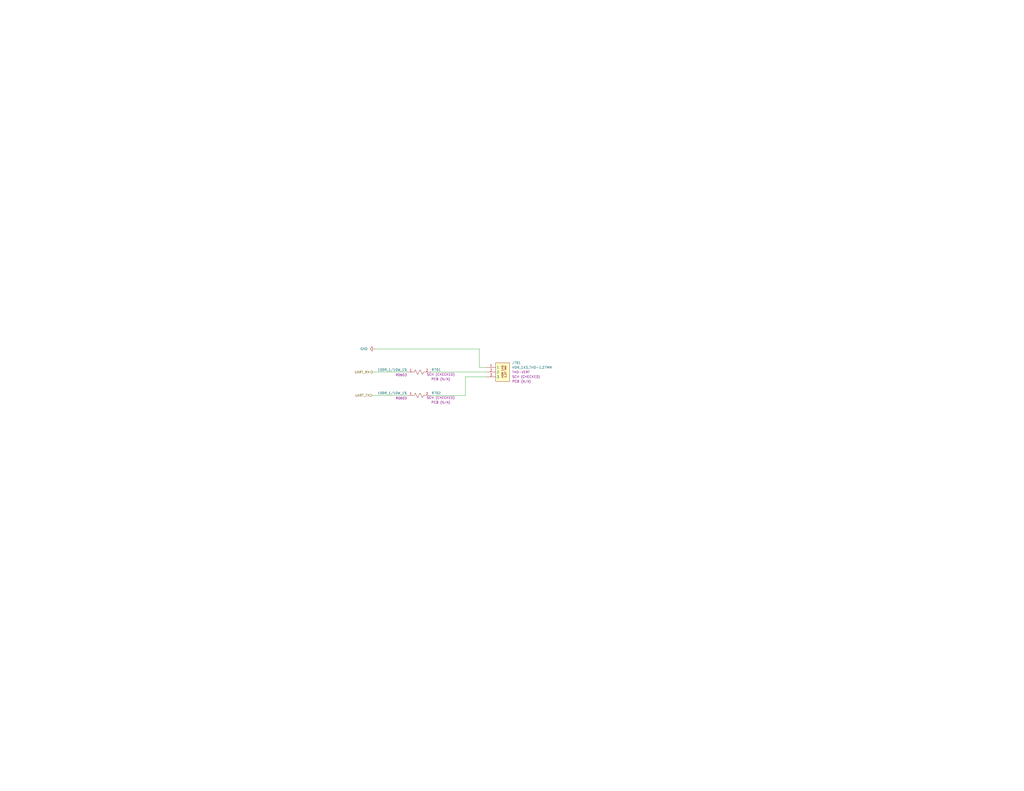
<source format=kicad_sch>
(kicad_sch (version 20231120) (generator "eeschema") (generator_version "8.0")
  (paper "C")
  (title_block (title "_HW_Quadcopter") (date "2024-03-27") (rev "01") (company "Mend0z0") (comment 1 "01") (comment 2 "RELEASED") (comment 3 "Siavash Taher Parvar") (comment 8 "N/A") (comment 9 "First Version"))
  (lib_symbols
    (symbol "_SCHLIB_Qcopter:CONN_HDR_1X3_VERT_THD-1.27MM"
      (property "Reference" "J" (at 3.556 4.064 0))
      (property "Value" "HDR_1X3_THD-1.27MM" (at 3.81 6.604 0))
      (property "Package" "THD-VERT" (at 3.556 33.782 0))
      (property "SCH CHECK" "SCH (CHECKED)" (at 3.556 28.702 0))
      (property "PCB CHECK" "PCB (N/A)" (at 3.556 31.242 0))
      (symbol "CONN_HDR_1X3_VERT_THD-1.27MM_1_1"
        (rectangle (start 5.08 0) (end 12.7 -10.16) (fill (type background)))
        (text "HDR 1X3\n1.27 MM" (at 9.652 -4.826 900) (effects (font (size 1.016 1.016))))
        (pin passive line (at 0 -2.54 0) (length 5.08) (name "1") (number "1"))
        (pin passive line (at 0 -5.08 0) (length 5.08) (name "2") (number "2"))
        (pin passive line (at 0 -7.62 0) (length 5.08) (name "3") (number "3"))
      )
    )
    (symbol "_SCHLIB_Qcopter:RES_100R_1/10W_1%_R0603"
      (property "Reference" "R" (at 3.556 4.064 0))
      (property "Value" "100R_1/10W_1%" (at 3.556 6.604 0))
      (property "Package" "R0603" (at 3.81 35.306 0))
      (property "SCH CHECK" "SCH (CHECKED)" (at 3.81 29.972 0))
      (property "PCB CHECK" "PCB (N/A)" (at 3.81 32.512 0))
      (symbol "RES_100R_1/10W_1%_R0603_0_0"
        (polyline (pts (xy 3.81 0) (xy 4.445 1.27) (xy 5.715 -1.27) (xy 6.985 1.27) (xy 8.255 -1.27) (xy 8.89 0)))
      )
      (symbol "RES_100R_1/10W_1%_R0603_1_1"
        (pin passive line (at 0 0 0) (length 3.81) (name "") (number "1"))
        (pin passive line (at 12.7 0 180) (length 3.81) (name "") (number "2"))
      )
    )
    (symbol "power:GND" (power) (pin_numbers hide) (pin_names (offset 0) hide)
      (property "Value" "GND" (at 0 -3.81 0))
      (symbol "GND_0_1"
        (polyline (pts (xy 0 0) (xy 0 -1.27) (xy 1.27 -1.27) (xy 0 -2.54) (xy -1.27 -1.27) (xy 0 -1.27)))
      )
      (symbol "GND_1_1"
        (pin power_in line (at 0 0 270) (length 0) (name "~") (number "1"))
      )
    )
  )
  (wire (pts (xy 254 215.9) (xy 254 205.74)))
  (wire (pts (xy 254 205.74) (xy 265.43 205.74)))
  (wire (pts (xy 261.62 200.66) (xy 265.43 200.66)))
  (wire (pts (xy 234.95 203.2) (xy 265.43 203.2)))
  (wire (pts (xy 261.62 190.5) (xy 261.62 200.66)))
  (wire (pts (xy 204.47 190.5) (xy 261.62 190.5)))
  (wire (pts (xy 234.95 215.9) (xy 254 215.9)))
  (wire (pts (xy 203.2 215.9) (xy 222.25 215.9)))
  (wire (pts (xy 203.2 203.2) (xy 222.25 203.2)))
  (hierarchical_label "UART_TX" (shape input) (at 203.2 215.9 180))
  (hierarchical_label "UART_RX" (shape output) (at 203.2 203.2 180))
  (symbol (lib_id "power:GND") (at 204.47 190.5 270) (unit 1)
    (property "Reference" "#PWR0701" (effects (hide yes)))
    (property "Value" "GND" (at 200.66 190.4999 90) (effects (justify right)))
    (property "Description" "Power symbol creates a global label with name \"GND\" , ground" (effects (hide yes)))
  )
  (symbol (lib_id "_SCHLIB_Qcopter:CONN_HDR_1X3_VERT_THD-1.27MM") (at 265.43 198.12 0) (unit 1)
    (property "Reference" "J701" (at 279.4 198.1199 0) (effects (justify left)))
    (property "Value" "HDR_1X3_THD-1.27MM" (at 279.4 200.6599 0) (effects (justify left)))
    (property "Footprint" "Connector_PinHeader_1.27mm:PinHeader_1x03_P1.27mm_Vertical" (effects (hide yes)))
    (property "Datasheet" "https://app.adam-tech.com/products/download/data_sheet/199953/hph1-b-xx-ua-data-sheet.pdf" (effects (hide yes)))
    (property "Description" "Connector Header Through Hole 3 position 0.050\" (1.27mm)" (effects (hide yes)))
    (property "Package" "THD-VERT" (at 279.4 203.1999 0) (effects (justify left)))
    (property "Part Number (Manufacturer)" "HPH1-B-03-UA" (effects (hide yes)))
    (property "Manufacturer" "Adam Tech" (effects (hide yes)))
    (property "Part Number (Vendor)" "2057-HPH1-B-03-UA-ND" (effects (hide yes)))
    (property "Vendor" "Digikey" (effects (hide yes)))
    (property "Purchase Link" "https://www.digikey.ca/en/products/detail/adam-tech/HPH1-B-03-UA/9831285" (effects (hide yes)))
    (property "SCH CHECK" "SCH (CHECKED)" (at 279.4 205.7399 0) (effects (justify left)))
    (property "PCB CHECK" "PCB (N/A)" (at 279.4 208.2799 0) (effects (justify left)))
  )
  (symbol (lib_id "_SCHLIB_Qcopter:RES_100R_1/10W_1%_R0603") (at 222.25 203.2 0) (unit 1)
    (property "Reference" "R701" (at 237.998 201.93 0))
    (property "Value" "100R_1/10W_1%" (at 214.122 201.93 0))
    (property "Footprint" "Resistor_SMD:R_0603_1608Metric" (effects (hide yes)))
    (property "Datasheet" "https://www.seielect.com/catalog/sei-rmcf_rmcp.pdf" (effects (hide yes)))
    (property "Description" "100 Ohms ±1% 0.1W, 1/10W Chip Resistor 0603 (1608 Metric) Automotive AEC-Q200 Thick Film" (effects (hide yes)))
    (property "Package" "R0603" (at 218.948 204.724 0))
    (property "Part Number (Manufacturer)" "RMCF0603FT100R" (effects (hide yes)))
    (property "Manufacturer" "Stackpole Electronics Inc" (effects (hide yes)))
    (property "Part Number (Vendor)" "RMCF0603FT100RTR-ND" (effects (hide yes)))
    (property "Vendor" "Digikey" (effects (hide yes)))
    (property "Purchase Link" "https://www.digikey.ca/en/products/detail/stackpole-electronics-inc/RMCF0603FT100R/1761113" (effects (hide yes)))
    (property "SCH CHECK" "SCH (CHECKED)" (at 240.538 204.47 0))
    (property "PCB CHECK" "PCB (N/A)" (at 240.538 207.01 0))
  )
  (symbol (lib_id "_SCHLIB_Qcopter:RES_100R_1/10W_1%_R0603") (at 222.25 215.9 0) (unit 1)
    (property "Reference" "R702" (at 237.998 214.63 0))
    (property "Value" "100R_1/10W_1%" (at 214.122 214.63 0))
    (property "Footprint" "Resistor_SMD:R_0603_1608Metric" (effects (hide yes)))
    (property "Datasheet" "https://www.seielect.com/catalog/sei-rmcf_rmcp.pdf" (effects (hide yes)))
    (property "Description" "100 Ohms ±1% 0.1W, 1/10W Chip Resistor 0603 (1608 Metric) Automotive AEC-Q200 Thick Film" (effects (hide yes)))
    (property "Package" "R0603" (at 218.948 217.424 0))
    (property "Part Number (Manufacturer)" "RMCF0603FT100R" (effects (hide yes)))
    (property "Manufacturer" "Stackpole Electronics Inc" (effects (hide yes)))
    (property "Part Number (Vendor)" "RMCF0603FT100RTR-ND" (effects (hide yes)))
    (property "Vendor" "Digikey" (effects (hide yes)))
    (property "Purchase Link" "https://www.digikey.ca/en/products/detail/stackpole-electronics-inc/RMCF0603FT100R/1761113" (effects (hide yes)))
    (property "SCH CHECK" "SCH (CHECKED)" (at 240.538 217.17 0))
    (property "PCB CHECK" "PCB (N/A)" (at 240.538 219.71 0))
  )
)
</source>
